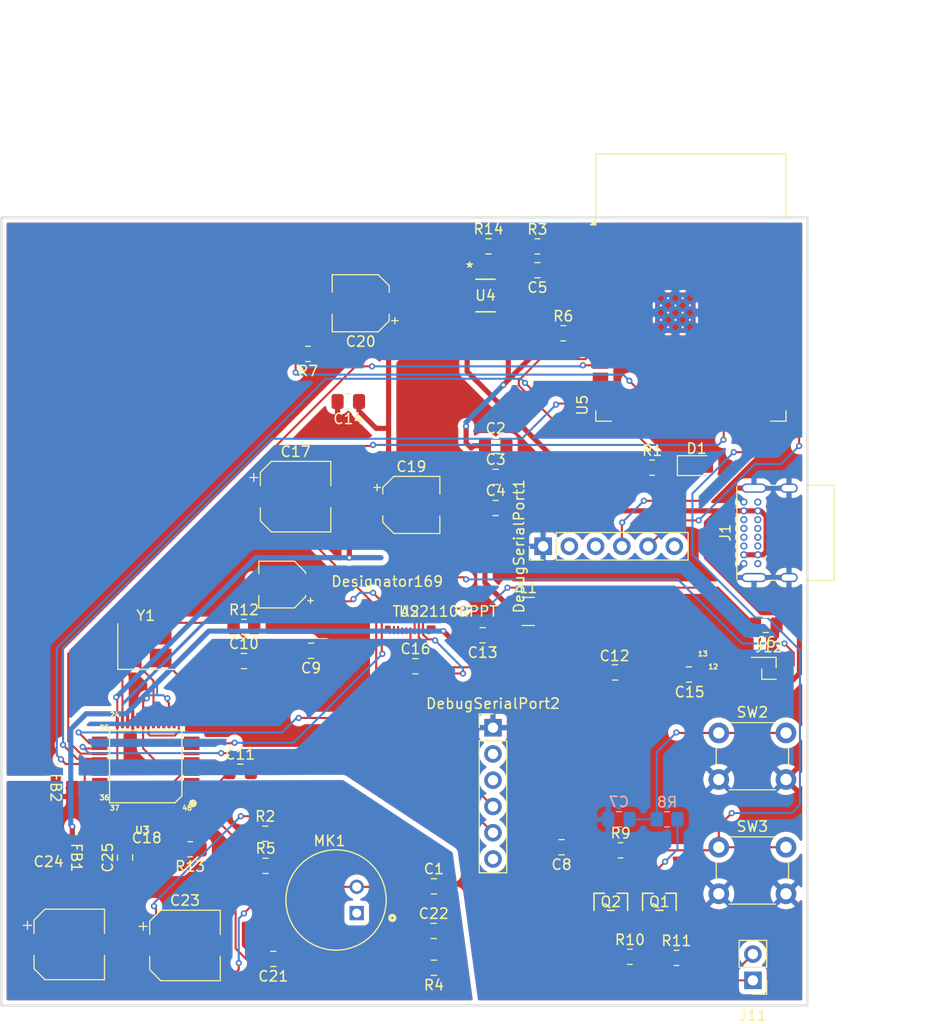
<source format=kicad_pcb>
(kicad_pcb (version 20240108) (generator "pcbnew") (generator_version "8.0")
  (layers (0 "F.Cu" signal) (31 "B.Cu" signal) (34 "B.Paste" user) (35 "F.Paste" user) (36 "B.SilkS" user "B.Silkscreen") (37 "F.SilkS" user "F.Silkscreen") (38 "B.Mask" user) (39 "F.Mask" user) (44 "Edge.Cuts" user))
  (net 0 "")
  (net 1 "Net-(MK1-+)")
  (net 2 "Net-(MK1--)")
  (net 3 "GND")
  (net 4 "+3V3")
  (net 5 "Net-(C5-Pad1)")
  (net 6 "/SPEAK_P")
  (net 7 "/Chip_EN")
  (net 8 "/GPIO_Strapping")
  (net 9 "Net-(U3-XTALOUT)")
  (net 10 "Net-(U3-XTALIN)")
  (net 11 "/RST_3V")
  (net 12 "+5V")
  (net 13 "+1V8")
  (net 14 "/SPEAK_N")
  (net 15 "Net-(U2-GREG)")
  (net 16 "Net-(U2-PVDD)")
  (net 17 "Net-(U2-DREG)")
  (net 18 "/MIC_P")
  (net 19 "/MIC_N")
  (net 20 "Net-(C23-Pad1)")
  (net 21 "Net-(C24-Pad2)")
  (net 22 "Net-(D1-A)")
  (net 25 "/TXS")
  (net 26 "/RXS")
  (net 28 "/CODEC_TX")
  (net 32 "/CODEC_RX")
  (net 41 "/DTR")
  (net 42 "/CTS")
  (net 43 "Net-(U2-SW)")
  (net 44 "Net-(Q1-Pad2)")
  (net 45 "Net-(Q1-Pad1)")
  (net 46 "Net-(Q1-Pad3)")
  (net 47 "Net-(Q2-Pad3)")
  (net 48 "/LED_DEBUG")
  (net 49 "AVDD")
  (net 59 "/AMP_EN")
  (net 61 "/AMP_DATA")
  (net 63 "/AMP_CLK")
  (net 68 "/GPIO3")
  (net 69 "AGND")
  (net 70 "/CODEC_MOSI")
  (net 72 "/CODEC_CS")
  (net 73 "/GPIO0")
  (net 74 "/GPIO5")
  (net 77 "/GPIO4")
  (net 78 "/GPIO1")
  (net 79 "/CLKOUT")
  (net 80 "/CODEC_MISO")
  (net 81 "/XDCS_3V")
  (net 82 "/CODEC_SCLK")
  (net 83 "/GPIO2")
  (net 86 "/DREQ")
  (net 113 "1.8V")
  (footprint "Button_Switch_THT:SW_PUSH_6mm_H4.3mm" (layer "F.Cu") (at 127.45 92.75)
    (property "Reference" "SW2")
    (property "Value" "SW_Push")
  )
  (footprint "Resistor_SMD:R_0805_2012Metric_Pad1.20x1.40mm_HandSolder" (layer "F.Cu") (at 112.4 54.1)
    (property "Reference" "R6")
    (property "Value" "100k")
  )
  (footprint "Capacitor_SMD:CP_Elec_5x5.4" (layer "F.Cu") (at 97.7 70.7)
    (property "Reference" "C19")
    (property "Value" "4.7uF")
  )
  (footprint "ferrite:BLM18_MUR-M" (layer "F.Cu") (at 63.3 98.05 -90)
    (property "Reference" "FB2")
    (property "Value" "FERITTE")
  )
  (footprint "Capacitor_SMD:CP_Elec_4x5.4" (layer "F.Cu") (at 85.2 78.4 180)
    (property "Reference" "C18")
    (property "Value" "1uF")
  )
  (footprint "Resistor_SMD:R_0805_2012Metric_Pad1.20x1.40mm_HandSolder" (layer "F.Cu") (at 76.3 104 180)
    (property "Reference" "R13")
    (property "Value" "100K")
  )
  (footprint "Capacitor_SMD:C_0805_2012Metric_Pad1.18x1.45mm_HandSolder" (layer "F.Cu") (at 83.6 105.6)
    (property "Reference" "R5")
    (property "Value" "1k")
  )
  (footprint "Capacitor_SMD:C_0805_2012Metric_Pad1.18x1.45mm_HandSolder" (layer "F.Cu") (at 99.8625 111.9)
    (property "Reference" "C22")
    (property "Value" "1uF")
  )
  (footprint "Capacitor_SMD:C_0805_2012Metric_Pad1.18x1.45mm_HandSolder" (layer "F.Cu") (at 99.884 115.456 180)
    (property "Reference" "R4")
    (property "Value" "1k")
  )
  (footprint "transistor:TRAN_SS8050-G_CIP" (layer "F.Cu") (at 121.699999 109.079001)
    (property "Reference" "Q1")
    (property "Value" "SS8050-G")
  )
  (footprint "Capacitor_SMD:C_0805_2012Metric_Pad1.18x1.45mm_HandSolder" (layer "F.Cu") (at 84.3375 114.6 180)
    (property "Reference" "C21")
    (property "Value" "1uF")
  )
  (footprint "Connector_PinHeader_1.00mm:PinHeader_1x02_P1.00mm_Vertical_SMD_Pin1Left" (layer "F.Cu") (at 132.3 86.5)
    (property "Reference" "J12")
    (property "Value" "Conn_01x02_Pin")
  )
  (footprint "LED_SMD:LED_0805_2012Metric_Pad1.15x1.40mm_HandSolder" (layer "F.Cu") (at 125.3 66.9)
    (property "Reference" "D1")
    (property "Value" "LED")
  )
  (footprint "Connector_USB:USB_C_Receptacle_GCT_USB4085" (layer "F.Cu") (at 129.875 76.375 90)
    (property "Reference" "J1")
    (property "Value" "USB_C_Receptacle_USB2.0_16P")
  )
  (footprint "Capacitor_SMD:C_0805_2012Metric_Pad1.18x1.45mm_HandSolder" (layer "F.Cu") (at 99.884 107.582)
    (property "Reference" "C1")
    (property "Value" "0.1nF")
  )
  (footprint "Resistor_SMD:R_0805_2012Metric_Pad1.20x1.40mm_HandSolder" (layer "F.Cu") (at 117.95 104.1)
    (property "Reference" "R9")
    (property "Value" "10k")
  )
  (footprint "Capacitor_SMD:C_0805_2012Metric_Pad1.18x1.45mm_HandSolder" (layer "F.Cu") (at 132 82.3 180)
    (property "Reference" "C6")
    (property "Value" "1nF")
  )
  (footprint "Resistor_SMD:R_0805_2012Metric_Pad1.20x1.40mm_HandSolder" (layer "F.Cu") (at 109.9 45.7)
    (property "Reference" "R3")
    (property "Value" "10k")
  )
  (footprint "Crystal:Crystal_SMD_SeikoEpson_FA238-4Pin_3.2x2.5mm_HandSoldering" (layer "F.Cu") (at 72 84.4)
    (property "Reference" "Y1")
    (property "Value" "ABM8G-12.288MHZ-4Y-T3")
  )
  (footprint "ferrite:BLM18_MUR-M" (layer "F.Cu") (at 65.3 104.8 -90)
    (property "Reference" "FB1")
    (property "Value" "FERITTE")
  )
  (footprint "Capacitor_SMD:CP_Elec_6.3x5.4" (layer "F.Cu") (at 86.5 69.9)
    (property "Reference" "C17")
    (property "Value" "10uF")
  )
  (footprint "Capacitor_SMD:C_0805_2012Metric_Pad1.18x1.45mm_HandSolder" (layer "F.Cu") (at 105.8625 67.99)
    (property "Reference" "C3")
    (property "Value" "10u")
  )
  (footprint "regulator:TSOT-23-6_D6_MCH" (layer "F.Cu") (at 104.87635 50.449999)
    (property "Reference" "U4")
    (property "Value" "~")
  )
  (footprint "codec:LQFP48-0.5-7X7MM" (layer "F.Cu") (at 72 96 180)
    (property "Reference" "U3")
    (property "Value" "VS1053B")
  )
  (footprint "transistor:TRAN_SS8050-G_CIP" (layer "F.Cu") (at 116.999999 109.079001)
    (property "Reference" "Q2")
    (property "Value" "SS8050-G")
  )
  (footprint "RF_Module:ESP32-S3-WROOM-1" (layer "F.Cu") (at 124.75 49.65)
    (property "Reference" "U5")
    (property "Value" "ESP32-S3-WROOM-1")
  )
  (footprint "Capacitor_SMD:C_0805_2012Metric_Pad1.18x1.45mm_HandSolder" (layer "F.Cu") (at 112.2375 103.8 180)
    (property "Reference" "C8")
    (property "Value" "1u")
  )
  (footprint "Connector_PinHeader_2.54mm:PinHeader_1x02_P2.54mm_Vertical" (layer "F.Cu") (at 130.75 116.675 180)
    (property "Reference" "J11")
    (property "Value" "Conn_01x02_Pin")
  )
  (footprint "mic:MIC_CMA-4544PF-W" (layer "F.Cu") (at 90.416 108.9)
    (property "Reference" "MK1")
    (property "Value" "Microphone")
  )
  (footprint "Resistor_SMD:R_0805_2012Metric_Pad1.20x1.40mm_HandSolder" (layer "F.Cu") (at 87.7 56.1 180)
    (property "Reference" "R7")
    (property "Value" "100k")
  )
  (footprint "Capacitor_SMD:CP_Elec_6.3x5.4" (layer "F.Cu") (at 75.8 113.3)
    (property "Reference" "C23")
    (property "Value" "10uF")
  )
  (footprint "Capacitor_SMD:C_0805_2012Metric_Pad1.18x1.45mm_HandSolder" (layer "F.Cu") (at 109.9 48 180)
    (property "Reference" "C5")
    (property "Value" "1u")
  )
  (footprint "Resistor_SMD:R_0805_2012Metric_Pad1.20x1.40mm_HandSolder" (layer "F.Cu") (at 81.5 82.5)
    (property "Reference" "R12")
    (property "Value" "1M")
  )
  (footprint "Capacitor_SMD:C_0805_2012Metric_Pad1.18x1.45mm_HandSolder" (layer "F.Cu") (at 105.1625 45.7)
    (property "Reference" "R14")
    (property "Value" "1k")
  )
  (footprint "Connector_PinHeader_2.54mm:PinHeader_1x06_P2.54mm_Vertical" (layer "F.Cu") (at 110.45 74.7 90)
    (property "Reference" "DebugSerialPort1")
    (property "Value" "Conn_01x06_Pin")
  )
  (footprint "Button_Switch_THT:SW_PUSH_6mm_H4.3mm" (layer "F.Cu") (at 127.45 103.8)
    (property "Reference" "SW3")
    (property "Value" "SW_Push")
  )
  (footprint "Capacitor_SMD:C_0805_2012Metric_Pad1.18x1.45mm_HandSolder" (layer "F.Cu") (at 70 104.8 90)
    (property "Reference" "C25")
    (property "Value" "0.1µF")
  )
  (footprint "Capacitor_SMD:C_0805_2012Metric_Pad1.18x1.45mm_HandSolder" (layer "F.Cu") (at 117.4 86.9)
    (property "Reference" "C12")
    (property "Value" "10uF")
  )
  (footprint "Capacitor_SMD:C_0805_2012Metric_Pad1.18x1.45mm_HandSolder" (layer "F.Cu") (at 105.8625 64.98)
    (property "Reference" "C2")
    (property "Value" "0.1u")
  )
  (footprint "Resistor_SMD:R_0805_2012Metric_Pad1.20x1.40mm_HandSolder" (layer "F.Cu") (at 118.85 114.4)
    (property "Reference" "R10")
    (property "Value" "10k")
  )
  (footprint "Capacitor_SMD:C_0805_2012Metric_Pad1.18x1.45mm_HandSolder" (layer "F.Cu") (at 105.8625 71)
    (property "Reference" "C4")
    (property "Value" "0.1u")
  )
  (footprint "Capacitor_SMD:C_0805_2012Metric_Pad1.18x1.45mm_HandSolder" (layer "F.Cu") (at 83.5625 102.5)
    (property "Reference" "R2")
    (property "Value" "1k")
  )
  (footprint "amp:RPP0032A" (layer "F.Cu") (at 97.6 81)
    (property "Reference" "U2")
    (property "Value" "TAS2110RPPT")
    (property "VALUE" "Value" (hide yes))
  )
  (footprint "Capacitor_SMD:C_0805_2012Metric_Pad1.18x1.45mm_HandSolder" (layer "F.Cu") (at 81.5 85.8)
    (property "Reference" "C10")
    (property "Value" "10pF")
  )
  (footprint "Resistor_SMD:R_0805_2012Metric_Pad1.20x1.40mm_HandSolder" (layer "F.Cu") (at 123.35 114.5)
    (property "Reference" "R11")
    (property "Value" "10k")
  )
  (footprint "Capacitor_SMD:C_0805_2012Metric_Pad1.18x1.45mm_HandSolder" (layer "F.Cu") (at 104.6 83.3 180)
    (property "Reference" "C13")
    (property "Value" "10uF")
  )
  (footprint "Capacitor_SMD:C_0805_2012Metric_Pad1.18x1.45mm_HandSolder" (layer "F.Cu") (at 88 84.8 180)
    (property "Reference" "C9")
    (property "Value" "10pF")
  )
  (footprint "Capacitor_SMD:C_0805_2012Metric_Pad1.18x1.45mm_HandSolder" (layer "F.Cu") (at 81.1375 96.5)
    (property "Reference" "C11")
    (property "Value" "0.1µF")
  )
  (footprint "Connector_PinHeader_2.54mm:PinHeader_1x06_P2.54mm_Vertical" (layer "F.Cu") (at 105.6 92.24)
    (property "Reference" "DebugSerialPort2")
    (property "Value" "Conn_01x06_Pin")
  )
  (footprint "Capacitor_SMD:C_0805_2012Metric_Pad1.18x1.45mm_HandSolder" (layer "F.Cu") (at 91.6 60.7 180)
    (property "Reference" "C14")
    (property "Value" "10uF")
  )
  (footprint "Capacitor_SMD:C_0805_2012Metric_Pad1.18x1.45mm_HandSolder" (layer "F.Cu") (at 124.5625 87.1 180)
    (property "Reference" "C15")
    (property "Value" "1nF")
  )
  (footprint "Inductor_SMD:L_1210_3225Metric" (layer "F.Cu") (at 109 81)
    (property "Reference" "L1")
    (property "Value" "1uH")
  )
  (footprint "Capacitor_SMD:CP_Elec_5x5.4" (layer "F.Cu") (at 92.8 51.2 180)
    (property "Reference" "C20")
    (property "Value" "4.7uF")
  )
  (footprint "Resistor_SMD:R_0805_2012Metric_Pad1.20x1.40mm_HandSolder" (layer "F.Cu") (at 121 67.1)
    (property "Reference" "R1")
    (property "Value" "220")
  )
  (footprint "Capacitor_SMD:CP_Elec_6.3x5.4" (layer "F.Cu") (at 64.6 113.2)
    (property "Reference" "C24")
    (property "Value" "10uF")
  )
  (footprint "Capacitor_SMD:C_0805_2012Metric_Pad1.18x1.45mm_HandSolder" (layer "F.Cu") (at 98.1 86.3)
    (property "Reference" "C16")
    (property "Value" "100nF")
  )
  (footprint "Capacitor_SMD:C_0805_2012Metric_Pad1.18x1.45mm_HandSolder" (layer "B.Cu") (at 117.7875 101.1 180)
    (property "Reference" "C7")
    (property "Value" "1u")
  )
  (footprint "Resistor_SMD:R_0805_2012Metric_Pad1.20x1.40mm_HandSolder" (layer "B.Cu") (at 122.45 101.1 180)
    (property "Reference" "R8")
    (property "Value" "10k")
  )
  (gr_rect (start 58.043 42.901) (end 136.021 119.101) (stroke (width 0.2)) (fill none) (layer "Edge.Cuts"))
  (segment (start 98.7985 107.63) (end 98.8465 107.582) (width 0.2) (layer "F.Cu") (net 1))
  (segment (start 92.416 107.63) (end 90.27 107.63) (width 0.2) (layer "F.Cu") (net 1))
  (segment (start 90.27 107.63) (end 83.3 114.6) (width 0.2) (layer "F.Cu") (net 1))
  (segment (start 92.416 107.63) (end 98.7985 107.63) (width 0.2) (layer "F.Cu") (net 1))
  (segment (start 100.9215 107.582) (end 100.9215 111.8785) (width 0.2) (layer "F.Cu") (net 2))
  (segment (start 100.9 111.9) (end 100.9 111.138) (width 0.2) (layer "F.Cu") (net 2))
  (segment (start 100.9 115.4345) (end 100.9215 115.456) (width 0.2) (layer "F.Cu") (net 2))
  (segment (start 100.9215 111.8785) (end 100.9 111.9) (width 0.2) (layer "F.Cu") (net 2))
  (segment (start 100.9 111.9) (end 100.9 115.4345) (width 0.2) (layer "F.Cu") (net 2))
  (segment (start 73.9 96.25) (end 76.45 96.25) (width 0.2) (layer "F.Cu") (net 4))
  (segment (start 98.3 47.9) (end 95 51.2) (width 0.5) (layer "F.Cu") (net 4))
  (segment (start 104.825 64.98) (end 104.825 67.99) (width 0.5) (layer "F.Cu") (net 4))
  (segment (start 106.1527 47.9) (end 106.1527 45.7473) (width 0.5) (layer "F.Cu") (net 4))
  (segment (start 74.25 89.85) (end 74.25 91.55) (width 0.2) (layer "F.Cu") (net 4))
  (segment (start 104.825 76) (end 98 76) (width 0.5) (layer "F.Cu") (net 4))
  (segment (start 107.6 81) (end 107.6 81.3375) (width 0.5) (layer "F.Cu") (net 4))
  (segment (start 106.1527 49.499998) (end 106.1527 47.9) (width 0.5) (layer "F.Cu") (net 4))
  (segment (start 112.89 43.8) (end 109.3 43.8) (width 0.5) (layer "F.Cu") (net 4))
  (segment (start 64.9 101.8) (end 64.9 103.25) (width 0.5) (layer "F.Cu") (net 4))
  (segment (start 103 64.7) (end 103.5 65.2) (width 0.5) (layer "F.Cu") (net 4))
  (segment (start 116 45.66) (end 114.75 45.66) (width 0.5) (layer "F.Cu") (net 4))
  (segment (start 73.75 96.25) (end 73.9 96.25) (width 0.2) (layer "F.Cu") (net 4))
  (segment (start 96.8 79.125) (end 96.8 78.2) (width 0.2) (layer "F.Cu") (net 4))
  (segment (start 106.1527 47.9) (end 98.3 47.9) (width 0.5) (layer "F.Cu") (net 4))
  (segment (start 105.6375 83.3) (end 104.4625 84.475) (width 0.5) (layer "F.Cu") (net 4))
  (segment (start 95 51.2) (end 90.1 56.1) (width 0.5) (layer "F.Cu") (net 4))
  (segment (start 103.72 64.98) (end 104.825 64.98) (width 0.5) (layer "F.Cu") (net 4))
  (segment (start 107.6 81.3375) (end 105.6375 83.3) (width 0.5) (layer "F.Cu") (net 4))
  (segment (start 73.4 96.75) (end 73.9 96.25) (width 0.2) (layer "F.Cu") (net 4))
  (segment (start 71.75 89.75) (end 72.1 89.4) (width 0.2) (layer "F.Cu") (net 4))
  (segment (start 67.55 96.75) (end 73.4 96.75) (width 0.2) (layer "F.Cu") (net 4))
  (segment (start 104.825 71) (end 104.825 76) (width 0.5) (layer "F.Cu") (net 4))
  (segment (start 108.9 44.2) (end 108.9 45.7) (width 0.5) (layer "F.Cu") (net 4))
  (segment (start 71.75 91.55) (end 71.75 94.25) (width 0.2) (layer "F.Cu") (net 4))
  (segment (start 97.2 77.85) (end 96.95 78.1) (width 0.5) (layer "F.Cu") (net 4))
  (segment (start 107.07895 46.57895) (end 107.07895 58.62105) (width 0.5) (layer "F.Cu") (net 4))
  (segment (start 106.1527 45.7473) (end 106.2 45.7) (width 0.5) (layer "F.Cu") (net 4))
  (segment (start 71.75 94.25) (end 73.75 96.25) (width 0.2) (layer "F.Cu") (net 4))
  (segment (start 90.1 56.1) (end 88.7 56.1) (width 0.5) (layer "F.Cu") (net 4))
  (segment (start 107.07895 58.62105) (end 111.4 54.3) (width 0.5) (layer "F.Cu") (net 4))
  (segment (start 114.75 45.66) (end 112.89 43.8) (width 0.5) (layer "F.Cu") (net 4))
  (segment (start 103 63.1) (end 103 64.7) (width 0.5) (layer "F.Cu") (net 4))
  (segment (start 111.4 54.3) (end 111.4 54.1) (width 0.5) (layer "F.Cu") (net 4))
  (segment (start 97.2 76.8) (end 97.2 77.85) (width 0.5) (layer "F.Cu") (net 4))
  (segment (start 106.2 45.7) (end 108.9 45.7) (width 0.5) (layer "F.Cu") (net 4))
  (segment (start 104.4625 84.475) (end 102.375 84.475) (width 0.5) (layer "F.Cu") (net 4))
  (segment (start 104.825 76) (end 104.825 78.225) (width 0.5) (layer "F.Cu") (net 4))
  (segment (start 102.375 84.475) (end 100.8 82.9) (width 0.5) (layer "F.Cu") (net 4))
  (segment (start 103.5 65.2) (end 103.72 64.98) (width 0.5) (layer "F.Cu") (net 4))
  (segment (start 64.9 103.25) (end 65.3 103.65) (width 0.5) (layer "F.Cu") (net 4))
  (segment (start 71.75 91.55) (end 71.75 89.75) (width 0.2) (layer "F.Cu") (net 4))
  (segment (start 74.1 89.7) (end 74.25 89.85) (width 0.2) (layer "F.Cu") (net 4))
  (segment (start 104.825 78.225) (end 107.6 81) (width 0.5) (layer "F.Cu") (net 4))
  (segment (start 74.1 89.4) (end 74.1 89.7) (width 0.2) (layer "F.Cu") (net 4))
  (segment (start 109.3 43.8) (end 108.9 44.2) (width 0.5) (layer "F.Cu") (net 4))
  (segment (start 98 76) (end 97.2 76.8) (width 0.5) (layer "F.Cu") (net 4))
  (segment (start 106.2 45.7) (end 107.07895 46.57895) (width 0.5) (layer "F.Cu") (net 4))
  (segment (start 104.825 67.99) (end 104.825 71) (width 0.5) (layer "F.Cu") (net 4))
  (segment (start 96.8 78.2) (end 96.9 78.1) (width 0.2) (layer "F.Cu") (net 4))
  (segment (start 107.07895 58.62105) (end 106.6 59.1) (width 0.5) (layer "F.Cu") (net 4))
  (via (at 103 63.1) (size 0.6) (drill 0.3) (layers "F.Cu" "B.Cu") (net 4))
  (via (at 100.8 82.9) (size 0.6) (drill 0.3) (layers "F.Cu" "B.Cu") (net 4))
  (via (at 74.1 89.4) (size 0.6) (drill 0.3) (layers "F.Cu" "B.Cu") (net 4))
  (via (at 64.9 101.8) (size 0.6) (drill 0.3) (layers "F.Cu" "B.Cu") (net 4))
  (via (at 72.1 89.4) (size 0.6) (drill 0.3) (layers "F.Cu" "B.Cu") (net 4))
  (via (at 106.6 59.1) (size 0.6) (drill 0.3) (layers "F.Cu" "B.Cu") (net 4))
  (segment (start 106.6 59.1) (end 103 62.7) (width 0.5) (layer "B.Cu") (net 4))
  (segment (start 73.7 89.1) (end 74 89.4) (width 0.2) (layer "B.Cu") (net 4))
  (segment (start 77.9 83.1) (end 70.1 90.9) (width 0.5) (layer "B.Cu") (net 4))
  (segment (start 67.4 90.9) (end 66.239339 90.9) (width 0.5) (layer "B.Cu") (net 4))
  (segment (start 77.9 83.1) (end 73.2 87.8) (width 0.5) (layer "B.Cu") (net 4))
  (segment (start 73.1 89.1) (end 73.1 87.9) (width 0.2) (layer "B.Cu") (net 4))
  (segment (start 78.1 82.9) (end 77.9 83.1) (width 0.5) (layer "B.Cu") (net 4))
  (segment (start 72.4 89.1) (end 73.1 89.1) (width 0.2) (layer "B.Cu") (net 4))
  (segment (start 70.1 90.9) (end 67.4 90.9) (width 0.5) (layer "B.Cu") (net 4))
  (segment (start 100.8 82.9) (end 78.1 82.9) (width 0.5) (layer "B.Cu") (net 4))
  (segment (start 74 89.4) (end 74.1 89.4) (width 0.2) (layer "B.Cu") (net 4))
  (segment (start 64.75 101.65) (end 64.9 101.8) (width 0.5) (layer "B.Cu") (net 4))
  (segment (start 73.1 89.1) (end 73.7 89.1) (width 0.2) (layer "B.Cu") (net 4))
  (segment (start 66.239339 90.9) (end 64.75 92.389339) (width 0.5) (layer "B.Cu") (net 4))
  (segment (start 103 62.7) (end 103 63.1) (width 0.5) (layer "B.Cu") (net 4))
  (segment (start 73.1 87.9) (end 73.2 87.8) (width 0.2) (layer "B.Cu") (net 4))
  (segment (start 72.1 89.4) (end 72.4 89.1) (width 0.2) (layer "B.Cu") (net 4))
  (segment (start 64.75 92.389339) (end 64.75 101.65) (width 0.5) (layer "B.Cu") (net 4))
  (segment (start 110.9375 45.7375) (end 110.9 45.7) (width 0.2) (layer "F.Cu") (net 5))
  (segment (start 110.9375 48) (end 110.9375 45.7375) (width 0.2) (layer "F.Cu") (net 5))
  (segment (start 130.9625 82.3) (end 127.3625 78.7) (width 0.2) (layer "F.Cu") (net 6))
  (segment (start 102.6748 80.7252) (end 102.7 80.7) (width 0.2) (layer "F.Cu") (net 6))
  (segment (start 131.425 86) (end 131.425 82.7625) (width 0.2) (layer "F.Cu") (net 6))
  (segment (start 131.425 82.7625) (end 130.9625 82.3) (width 0.2) (layer "F.Cu") (net 6))
  (segment (start 99.5 80.7252) (end 102.6748 80.7252) (width 0.2) (layer "F.Cu") (net 6))
  (segment (start 127.3625 78.7) (end 107 78.7) (width 0.2) (layer "F.Cu") (net 6))
  (via (at 107 78.7) (size 0.6) (drill 0.3) (layers "F.Cu" "B.Cu") (net 6))
  (via (at 102.7 80.7) (size 0.6) (drill 0.3) (layers "F.Cu" "B.Cu") (net 6))
  (segment (start 105 80.7) (end 102.7 80.7) (width 0.2) (layer "B.Cu") (net 6))
  (segment (start 107 78.7) (end 105 80.7) (width 0.2) (layer "B.Cu") (net 6))
  (segment (start 123.4 92.75) (end 127.45 92.75) (width 0.2) (layer "F.Cu") (net 7))
  (segment (start 123.35 92.7) (end 123.4 92.75) (width 0.2) (layer "F.Cu") (net 7))
  (segment (start 127.45 92.75) (end 133.95 92.75) (width 0.2) (layer "F.Cu") (net 7))
  (segment (start 115.05 46.93) (end 116 46.93) (width 0.2) (layer "F.Cu") (net 7))
  (segment (start 113.4 54.1) (end 113.4 48.58) (width 0.2) (layer "F.Cu") (net 7))
  (segment (start 113.4 48.58) (end 115.05 46.93) (width 0.2) (layer "F.Cu") (net 7))
  (via (at 123.35 92.7) (size 0.6) (drill 0.3) (layers "F.Cu" "B.Cu") (net 7))
  (segment (start 118.825 101.1) (end 121.45 101.1) (width 0.2) (layer "B.Cu") (net 7))
  (segment (start 121.45 94.6) (end 123.35 92.7) (width 0.2) (layer "B.Cu") (net 7))
  (segment (start 121.45 101.1) (end 121.45 94.6) (width 0.2) (layer "B.Cu") (net 7))
  (segment (start 117.95 103.1) (end 118.95 104.1) (width 0.2) (layer "F.Cu") (net 8))
  (segment (start 127.45 101.75) (end 127.45 103.8) (width 0.2) (layer "F.Cu") (net 8))
  (segment (start 132.317157 63.317157) (end 130.034314 65.6) (width 0.2) (layer "F.Cu") (net 8))
  (segment (start 113.975 103.1) (end 117.95 103.1) (width 0.2) (layer "F.Cu") (net 8))
  (segment (start 128.7 100.5) (end 127.45 101.75) (width 0.2) (layer "F.Cu") (net 8))
  (segment (start 86.5 57.9) (end 86.5 56.3) (width 0.2) (layer "F.Cu") (net 8))
  (segment (start 133.417157 62.017157) (end 133.417157 62.217157) (width 0.2) (layer "F.Cu") (net 8))
  (segment (start 127.45 103.8) (end 133.95 103.8) (width 0.2) (layer "F.Cu") (net 8))
  (segment (start 113.275 103.8) (end 113.975 103.1) (width 0.2) (layer "F.Cu") (net 8))
  (segment (start 132.3 60.9) (end 133.417157 62.017157) (width 0.2) (layer "F.Cu") (net 8))
  (segment (start 121 60.9) (end 118.8 58.7) (width 0.2) (layer "F.Cu") (net 8))
  (segment (start 86.5 56.3) (end 86.7 56.1) (width 0.2) (layer "F.Cu") (net 8))
  (segment (start 133.5 60.9) (end 132.3 60.9) (width 0.2) (layer "F.Cu") (net 8))
  (segment (start 133.417157 62.217157) (end 132.317157 63.317157) (width 0.2) (layer "F.Cu") (net 8))
  (segment (start 118.95 104.1) (end 127.15 104.1) (width 0.2) (layer "F.Cu") (net 8))
  (segment (start 132.3 60.9) (end 121 60.9) (width 0.2) (layer "F.Cu") (net 8))
  (segment (start 130.034314 65.6) (end 128.9 65.6) (width 0.2) (layer "F.Cu") (net 8))
  (segment (start 127.15 104.1) (end 127.45 103.8) (width 0.2) (layer "F.Cu") (net 8))
  (via (at 128.9 65.6) (size 0.6) (drill 0.3) (layers "F.Cu" "B.Cu") (net 8))
  (via (at 118.8 58.7) (size 0.6) (drill 0.3) (layers "F.Cu" "B.Cu") (net 8))
  (via (at 86.5 57.9) (size 0.6) (drill 0.3) (layers "F.Cu" "B.Cu") (net 8))
  (via (at 128.7 100.5) (size 0.6) (drill 0.3) (layers "F.Cu" "B.Cu") (net 8))
  (segment (start 118.8 58.7) (end 118.2 58.1) (width 0.2) (layer "B.Cu") (net 8))
  (segment (start 135.3 99.7) (end 134.5 100.5) (width 0.2) (layer "B.Cu") (net 8))
  (segment (start 118.2 58.1) (end 86.7 58.1) (width 0.2) (layer "B.Cu") (net 8))
  (segment (start 135.3 84.751471) (end 135.3 99.7) (width 0.2) (layer "B.Cu") (net 8))
  (segment (start 86.7 58.1) (end 86.5 57.9) (width 0.2) (layer "B.Cu") (net 8))
  (segment (start 124.9 69.6) (end 124.9 75.5) (width 0.2) (layer "B.Cu") (net 8))
  (segment (start 132.148529 81.6) (end 135.3 84.751471) (width 0.2) (layer "B.Cu") (net 8))
  (segment (start 134.5 100.5) (end 128.7 100.5) (width 0.2) (layer "B.Cu") (net 8))
  (segment (start 131 81.6) (end 132.148529 81.6) (width 0.2) (layer "B.Cu") (net 8))
  (segment (start 124.9 75.5) (end 131 81.6) (width 0.2) (layer "B.Cu") (net 8))
  (segment (start 128.9 65.6) (end 124.9 69.6) (width 0.2) (layer "B.Cu") (net 8))
  (segment (start 80.1 82.1) (end 69.2 82.1) (width 0.2) (layer "F.Cu") (net 9))
  (segment (start 70.55 85.5) (end 72.75 87.7) (width 0.2) (layer "F.Cu") (net 9))
  (segment (start 68.2 83.1) (end 68.2 85.3) (width 0.2) (layer "F.Cu") (net 9))
  (segment (start 89.0375 84.8) (end 88.0125 83.775) (width 0.2) (layer "F.Cu") (net 9))
  (segment (start 72.75 87.7) (end 72.75 91.55) (width 0.2) (layer "F.Cu") (net 9))
  (segment (start 68.4 85.5) (end 70.55 85.5) (width 0.2) (layer "F.Cu") (net 9))
  (segment (start 69.2 82.1) (end 68.2 83.1) (width 0.2) (layer "F.Cu") (net 9))
  (segment (start 80.5 82.5) (end 80.1 82.1) (width 0.2) (layer "F.Cu") (net 9))
  (segment (start 81.775 83.775) (end 80.5 82.5) (width 0.2) (layer "F.Cu") (net 9))
  (segment (start 68.2 85.3) (end 68.4 85.5) (width 0.2) (layer "F.Cu") (net 9))
  (segment (start 88.0125 83.775) (end 81.775 83.775) (width 0.2) (layer "F.Cu") (net 9))
  (segment (start 73.45 85.5) (end 75.2 87.25) (width 0.2) (layer "F.Cu") (net 10))
  (segment (start 74.8 93) (end 72.4 93) (width 0.2) (layer "F.Cu") (net 10))
  (segment (start 75.2 92.6) (end 74.8 93) (width 0.2) (layer "F.Cu") (net 10))
  (segment (start 72.25 92.85) (end 72.25 91.55) (width 0.2) (layer "F.Cu") (net 10))
  (segment (start 75.2 87.4) (end 75.2 92.6) (width 0.2) (layer "F.Cu") (net 10))
  (segment (start 80.4625 85.8) (end 76.8 85.8) (width 0.2) (layer "F.Cu") (net 10))
  (segment (start 75.2 87.25) (end 75.2 87.4) (width 0.2) (layer "F.Cu") (net 10))
  (segment (start 72.4 93) (end 72.25 92.85) (width 0.2) (layer "F.Cu") (net 10))
  (segment (start 76.8 85.8) (end 75.2 87.4) (width 0.2) (layer "F.Cu") (net 10))
  (segment (start 78.85 97.75) (end 80.1 96.5) (width 0.2) (layer "F.Cu") (net 11))
  (segment (start 75.3 104) (end 75.3 97.9) (width 0.2) (layer "F.Cu") (net 11))
  (segment (start 75.3 97.9) (end 75.45 97.75) (width 0.2) (layer "F.Cu") (net 11))
  (segment (start 76.45 97.75) (end 78.85 97.75) (width 0.2) (layer "F.Cu") (net 11))
  (segment (start 75.45 97.75) (end 76.45 97.75) (width 0.2) (layer "F.Cu") (net 11))
  (segment (start 129.875 71.275) (end 127.4 71.275) (width 0.5) (layer "F.Cu") (net 12))
  (segment (start 135.25 87) (end 133.975 88.275) (width 0.5) (layer "F.Cu") (net 12))
  (segment (start 127.4 71.275) (end 126.25 72.425) (width 0.5) (layer "F.Cu") (net 12))
  (segment (start 103.1 57.8) (end 103.1 52.5) (width 0.5) (layer "F.Cu") (net 12))
  (segment (start 105.450001 50.449999) (end 104.5 51.4) (width 0.5) (layer "F.Cu") (net 12))
  (segment (start 133.671878 81.125) (end 135.25 82.703122) (width 0.5) (layer "F.Cu") (net 12))
  (segment (start 126.25 72.425) (end 126.25 75.778122) (width 0.5) (layer "F.Cu") (net 12))
  (segment (start 103.1 52.5) (end 103.6 52) (width 0.5) (layer "F.Cu") (net 12))
  (segment (start 131.506371 71.275) (end 132.025 71.793629) (width 0.5) (layer "F.Cu") (net 12))
  (segment (start 123.959378 85.725) (end 117.5375 85.725) (width 0.5) (layer "F.Cu") (net 12))
  (segment (start 106.1527 50.449999) (end 105.450001 50.449999) (width 0.5) (layer "F.Cu") (net 12))
  (segment (start 124.965622 88.275) (end 124.5625 87.871878) (width 0.5) (layer "F.Cu") (net 12))
  (segment (start 104.5 51.4) (end 103.6 51.4) (width 0.5) (layer "F.Cu") (net 12))
  (segment (start 129.875 75.525) (end 131.225 75.525) (width 0.5) (layer "F.Cu") (net 12))
  (segment (start 132.025 75.219974) (end 131.719974 75.525) (width 0.5) (layer "F.Cu") (net 12))
  (segment (start 117.5375 85.725) (end 116.3625 86.9) (width 0.5) (layer "F.Cu") (net 12))
  (segment (start 116.575 71.275) (end 103.1 57.8) (width 0.5) (layer "F.Cu") (net 12))
  (segment (start 131.596878 81.125) (end 133.671878 81.125) (width 0.5) (layer "F.Cu") (net 12))
  (segment (start 131.719974 75.525) (end 131.225 75.525) (width 0.5) (layer "F.Cu") (net 12))
  (segment (start 124.5625 86.328122) (end 123.959378 85.725) (width 0.5) (layer "F.Cu") (net 12))
  (segment (start 129.875 71.275) (end 131.225 71.275) (width 0.5) (layer "F.Cu") (net 12))
  (segment (start 135.25 82.703122) (end 135.25 87) (width 0.5) (layer "F.Cu") (net 12))
  (segment (start 127.4 71.275) (end 116.575 71.275) (width 0.5) (layer "F.Cu") (net 12))
  (segment (start 133.975 88.275) (end 124.965622 88.275) (width 0.5) (layer "F.Cu") (net 12))
  (segment (start 103.6 52) (end 103.6 51.4) (width 0.5) (layer "F.Cu") (net 12))
  (segment (start 124.5625 87.871878) (end 124.5625 86.328122) (width 0.5) (layer "F.Cu") (net 12))
  (segment (start 132.025 71.793629) (end 132.025 75.219974) (width 0.5) (layer "F.Cu") (net 12))
  (segment (start 106.1527 50.449999) (end 106.1527 51.4) (width 0.5) (layer "F.Cu") (net 12))
  (segment (start 126.25 75.778122) (end 131.596878 81.125) (width 0.5) (layer "F.Cu") (net 12))
  (segment (start 131.225 71.275) (end 131.506371 71.275) (width 0.5) (layer "F.Cu") (net 12))
  (segment (start 69.25 89.4) (end 69.15 89.3) (width 0.2) (layer "F.Cu") (net 13))
  (segment (start 94.3 63.3) (end 92.6375 61.6375) (width 0.5) (layer "F.Cu") (net 13))
  (segment (start 95.5 56.623748) (end 95.5 63.3) (width 0.5) (layer "F.Cu") (net 13))
  (segment (start 76.45 96.75) (end 77.45 96.75) (width 0.2) (layer "F.Cu") (net 13))
  (segment (start 69.25 95.55) (end 69.25 91.55) (width 0.2) (layer "F.Cu") (net 13))
  (segment (start 96.3 71.5) (end 96.3 77.2) (width 0.5) (layer "F.Cu") (net 13))
  (segment (start 77.45 96.75) (end 77.8 96.4) (width 0.2) (layer "F.Cu") (net 13))
  (segment (start 77.8 96.4) (end 77.8 96) (width 0.2) (layer "F.Cu") (net 13))
  (segment (start 66.7 99.4) (end 72.8 99.4) (width 0.2) (layer "F.Cu") (net 13))
  (segment (start 96.4 79.2) (end 96.4 77.4) (width 0.2) (layer "F.Cu") (net 13))
  (segment (start 66.55 96.25) (end 66.1 96.7) (width 0.2) (layer "F.Cu") (net 13))
  (segment (start 77.55 95.75) (end 76.45 95.75) (width 0.2) (layer "F.Cu") (net 13))
  (segment (start 77.8 96) (end 77.55 95.75) (width 0.2) (layer "F.Cu") (net 13))
  (segment (start 67.55 96.25) (end 66.55 96.25) (width 0.2) (layer "F.Cu") (net 13))
  (segment (start 103.6 49.499998) (end 102.62375 49.499998) (width 0.5) (layer "F.Cu") (net 13))
  (segment (start 92.6375 61.6375) (end 92.6375 60.7) (width 0.5) (layer "F.Cu") (net 13))
  (segment (start 95.5 63.3) (end 95.5 70.7) (width 0.5) (layer "F.Cu") (net 13))
  (segment (start 95.5 63.3) (end 94.3 63.3) (width 0.5) (layer "F.Cu") (net 13))
  (segment (start 67.55 96.25) (end 68.55 96.25) (width 0.2) (layer "F.Cu") (net 13))
  (segment (start 91.7 74.5) (end 91.7 75.8) (width 0.5) (layer "F.Cu") (net 13))
  (segment (start 95.5 70.7) (end 96.3 71.5) (width 0.5) (layer "F.Cu") (net 13))
  (segment (start 66.1 98.8) (end 66.7 99.4) (width 0.2) (layer "F.Cu") (net 13))
  (segment (start 75.45 96.75) (end 76.45 96.75) (width 0.2) (layer "F.Cu") (net 13))
  (segment (start 102.62375 49.499998) (end 95.5 56.623748) (width 0.5) (layer "F.Cu") (net 13))
  (segment (start 95.5 70.7) (end 91.7 74.5) (width 0.5) (layer "F.Cu") (net 13))
  (segment (start 66.1 96.7) (end 66.1 98.8) (width 0.2) (layer "F.Cu") (net 13))
  (segment (start 68.55 96.25) (end 69.25 95.55) (width 0.2) (layer "F.Cu") (net 13))
  (segment (start 69.25 91.55) (end 69.25 89.4) (width 0.2) (layer "F.Cu") (net 13))
  (segment (start 72.8 99.4) (end 75.45 96.75) (width 0.2) (layer "F.Cu") (net 13))
  (via (at 69.15 89.3) (size 0.6) (drill 0.3) (layers "F.Cu" "B.Cu") (net 13))
  (via (at 91.7 75.8) (size 0.6) (drill 0.3) (layers "F.Cu" "B.Cu") (net 13))
  (segment (start 91.7 75.8) (end 94.760661 75.8) (width 0.5) (layer "B.Cu") (net 13))
  (segment (start 94.760661 75.8) (end 82.65 75.8) (width 0.5) (layer "B.Cu") (net 13))
  (segment (start 82.65 75.8) (end 69.15 89.3) (width 0.5) (layer "B.Cu") (net 13))
  (segment (start 134.7 86.2) (end 133.9 87) (width 0.2) (layer "F.Cu") (net 14))
  (segment (start 133.9 87) (end 133.175 87) (width 0.2) (layer "F.Cu") (net 14))
  (segment (start 99.2 77.7) (end 100.2 77.7) (width 0.2) (layer "F.Cu") (net 14))
  (segment (start 133.8 84.1) (end 134.7 85) (width 0.2) (layer "F.Cu") (net 14))
  (segment (start 100.2 77.7) (end 102.8 77.7) (width 0.2) (layer "F.Cu") (net 14))
  (segment (start 98.4 78.5) (end 99.2 77.7) (width 0.2) (layer "F.Cu") (net 14))
  (segment (start 98.4 79.225) (end 98.4 78.5) (width 0.2) (layer "F.Cu") (net 14))
  (segment (start 125.6 87.1) (end 133.075 87.1) (width 0.2) (layer "F.Cu") (net 14))
  (segment (start 133.075 87.1) (end 133.175 87) (width 0.2) (layer "F.Cu") (net 14))
  (segment (start 102.8 77.7) (end 103 77.9) (width 0.2) (layer "F.Cu") (net 14))
  (segment (start 134.7 85) (end 134.7 86.2) (width 0.2) (layer "F.Cu") (net 14))
  (via (at 103 77.9) (size 0.6) (drill 0.3) (layers "F.Cu" "B.Cu") (net 14))
  (via (at 133.8 84.1) (size 0.6) (drill 0.3) (layers "F.Cu" "B.Cu") (net 14))
  (segment (start 129.7 84.1) (end 133.8 84.1) (width 0.2) (layer "B.Cu") (net 14))
  (segment (start 123.5 77.9) (end 129.7 84.1) (width 0.2) (layer "B.Cu") (net 14))
  (segment (start 103 77.9) (end 123.5 77.9) (width 0.2) (layer "B.Cu") (net 14))
  (segment (start 97.617 85.7455) (end 97.0625 86.3) (width 0.2) (layer "F.Cu") (net 15))
  (segment (start 97.617 82.875) (end 97.617 85.7455) (width 0.2) (layer "F.Cu") (net 15))
  (segment (start 99.8375 87) (end 102.2 87) (width 0.2) (layer "F.Cu") (net 16))
  (segment (start 99.1375 86.3) (end 99.8375 87) (width 0.2) (layer "F.Cu") (net 16))
  (segment (start 99.1375 88.5375) (end 99.5 88.9) (width 0.2) (layer "F.Cu") (net 16))
  (segment (start 102.2 87) (end 102.7 87) (width 0.2) (layer "F.Cu") (net 16))
  (segment (start 94.3 80.5) (end 94.3 89.1) (width 0.2) (layer "F.Cu") (net 16))
  (segment (start 98.817003 83.215565) (end 98.817003 82.5) (width 0.2) (layer "F.Cu") (net 16))
  (segment (start 83.7 69.9) (end 94.3 80.5) (width 0.2) (layer "F.Cu") (net 16))
  (segment (start 94.3 89.1) (end 95.2 90) (width 0.2) (layer "F.Cu") (net 16))
  (segment (start 98.8 80.1502) (end 98.8 79.55) (width 0.2) (layer "F.Cu") (net 16))
  (segment (start 98.65 81.1502) (end 98.65 80.3002) (width 0.2) (layer "F.Cu") (net 16))
  (segment (start 95.2 90) (end 99.2 90) (width 0.2) (layer "F.Cu") (net 16))
  (segment (start 98.65 80.3002) (end 98.8 80.1502) (width 0.2) (layer "F.Cu") (net 16))
  (segment (start 98.817 82.5) (end 98.817 81.3172) (width 0.2) (layer "F.Cu") (net 16))
  (segment (start 99.301438 83.7) (end 98.817003 83.215565) (width 0.2) (layer "F.Cu") (net 16))
  (segment (start 99.2 90) (end 99.5 89.7) (width 0.2) (layer "F.Cu") (net 16))
  (segment (start 99.1375 86.3) (end 99.1375 88.5375) (width 0.2) (layer "F.Cu") (net 16))
  (segment (start 99.5 89.7) (end 99.5 88.9) (width 0.2) (layer "F.Cu") (net 16))
  (segment (start 99.9 83.7) (end 99.301438 83.7) (width 0.2) (layer "F.Cu") (net 16))
  (segment (start 100 83.8) (end 99.9 83.7) (width 0.2) (layer "F.Cu") (net 16))
  (segment (start 98.817 81.3172) (end 98.65 81.1502) (width 0.2) (layer "F.Cu") (net 16))
  (via (at 102.7 87) (size 0.6) (drill 0.3) (layers "F.Cu" "B.Cu") (net 16))
  (via (at 100 83.8) (size 0.6) (drill 0.3) (layers "F.Cu" "B.Cu") (net 16))
  (segment (start 102.7 86.5) (end 100.4 84.2) (width 0.2) (layer "B.Cu") (net 16))
  (segment (start 102.7 87) (end 102.7 86.5) (width 0.2) (layer "B.Cu") (net 16))
  (segment (start 100.4 84.2) (end 100 83.8) (width 0.2) (layer "B.Cu") (net 16))
  (segment (start 91.876 80.024) (end 92.1 79.8) (width 0.2) (layer "F.Cu") (net 17))
  (segment (start 88.624 80.024) (end 91.876 80.024) (width 0.2) (layer "F.Cu") (net 17))
  (segment (start 94.824 80.024) (end 95.65 80.024) (width 0.2) (layer "F.Cu") (net 17))
  (segment (start 94 79.2) (end 94.824 80.024) (width 0.2) (layer "F.Cu") (net 17))
  (segment (start 87 78.4) (end 88.624 80.024) (width 0.2) (layer "F.Cu") (net 17))
  (via (at 94 79.2) (size 0.6) (drill 0.3) (layers "F.Cu" "B.Cu") (net 17))
  (via (at 92.1 79.8) (size 0.6) (drill 0.3) (layers "F.Cu" "B.Cu") (net 17))
  (segment (start 92.1 79.8) (end 92.7 79.2) (width 0.2) (layer "B.Cu") (net 17))
  (segment (start 92.7 79.2) (end 94 79.2) (width 0.2) (layer "B.Cu") (net 17))
  (segment (start 84.35 115.625) (end 82.727756 115.625) (width 0.2) (layer "F.Cu") (net 18))
  (segment (start 85.375 114.6) (end 84.35 115.625) (width 0.2) (layer "F.Cu") (net 18))
  (segment (start 80.7 113.597244) (end 80.7 103) (width 0.2) (layer "F.Cu") (net 18))
  (segment (start 80.7 103) (end 76.45 98.75) (width 0.2) (layer "F.Cu") (net 18))
  (segment (start 82.727756 115.625) (end 80.7 113.597244) (width 0.2) (layer "F.Cu") (net 18))
  (segment (start 99.734 110.991) (end 99.734 106.872256) (width 0.2) (layer "F.Cu") (net 19))
  (segment (start 77.525 98.425) (end 77.35 98.25) (width 0.2) (layer "F.Cu") (net 19))
  (segment (start 77.35 98.25) (end 76.45 98.25) (width 0.2) (layer "F.Cu") (net 19))
  (segment (start 91.286744 98.425) (end 77.525 98.425) (width 0.2) (layer "F.Cu") (net 19))
  (segment (start 99.734 106.872256) (end 91.286744 98.425) (width 0.2) (layer "F.Cu") (net 19))
  (segment (start 98.825 111.9) (end 99.734 110.991) (width 0.2) (layer "F.Cu") (net 19))
  (segment (start 82.9 100.8) (end 81.2 100.8) (width 0.2) (layer "F.Cu") (net 20))
  (segment (start 62.9 112.1) (end 61.8 113.2) (width 0.2) (layer "F.Cu") (net 20))
  (segment (start 71.8 112.1) (end 62.9 112.1) (width 0.2) (layer "F.Cu") (net 20))
  (segment (start 73 109.7) (end 73 113.3) (width 0.2) (layer "F.Cu") (net 20))
  (segment (start 73 113.3) (end 71.8 112.1) (width 0.2) (layer "F.Cu") (net 20))
  (segment (start 72.8 109.5) (end 73 109.7) (width 0.2) (layer "F.Cu") (net 20))
  (segment (start 84.6 102.5) (end 82.9 100.8) (width 0.2) (layer "F.Cu") (net 20))
  (via (at 81.2 100.8) (size 0.6) (drill 0.3) (layers "F.Cu" "B.Cu") (net 20))
  (via (at 72.8 109.5) (size 0.6) (drill 0.3) (layers "F.Cu" "B.Cu") (net 20))
  (segment (start 81.2 100.8) (end 72.8 109.2) (width 0.2) (layer "B.Cu") (net 20))
  (segment (start 72.8 109.2) (end 72.8 109.5) (width 0.2) (layer "B.Cu") (net 20))
  (segment (start 70.225 116.025) (end 67.4 113.2) (width 0.2) (layer "F.Cu") (net 21))
  (segment (start 82.5625 105.6) (end 82.5625 109.1375) (width 0.2) (layer "F.Cu") (net 21))
  (segment (start 81 115) (end 81 115.625) (width 0.2) (layer "F.Cu") (net 21))
  (segment (start 80.6 116.025) (end 70.225 116.025) (width 0.2) (layer "F.Cu") (net 21))
  (segment (start 82.5625 109.1375) (end 81.5 110.2) (width 0.2) (layer "F.Cu") (net 21))
  (segment (start 98.8465 115.456) (end 98.2775 116.025) (width 0.2) (layer "F.Cu") (net 21))
  (segment (start 81 115.625) (end 80.6 116.025) (width 0.2) (layer "F.Cu") (net 21))
  (segment (start 98.2775 116.025) (end 80.6 116.025) (width 0.2) (layer "F.Cu") (net 21))
  (via (at 81 115) (size 0.6) (drill 0.3) (layers "F.Cu" "B.Cu") (net 21))
  (via (at 81.5 110.2) (size 0.6) (drill 0.3) (layers "F.Cu" "B.Cu") (net 21))
  (segment (start 81.5 110.2) (end 81 110.7) (width 0.2) (layer "B.Cu") (net 21))
  (segment (start 81 110.7) (end 81 115) (width 0.2) (layer "B.Cu") (net 21))
  (segment (start 121 68.1) (end 120 67.1) (width 0.2) (layer "F.Cu") (net 22))
  (segment (start 125.125 68.1) (end 121 68.1) (width 0.2) (layer "F.Cu") (net 22))
  (segment (start 126.325 66.9) (end 125.125 68.1) (width 0.2) (layer "F.Cu") (net 22))
  (segment (start 133.92 49.47) (end 133.5 49.47) (width 0.2) (layer "F.Cu") (net 25))
  (segment (start 118.1 72.4) (end 118.07 72.43) (width 0.2) (layer "F.Cu") (net 25))
  (segment (start 125.9 70.3) (end 120.2 70.3) (width 0.2) (layer "F.Cu") (net 25))
  (segment (start 134.55 50.1) (end 134.55 61.65) (width 0.2) (layer "F.Cu") (net 25))
  (segment (start 118.07 72.43) (end 118.07 74.7) (width 0.2) (layer "F.Cu") (net 25))
  (segment (start 134.55 49.99) (end 134.55 50.1) (width 0.2) (layer "F.Cu") (net 25))
  (segment (start 134.55 61.65) (end 125.9 70.3) (width 0.2) (layer "F.Cu") (net 25))
  (segment (start 134.55 50.1) (end 133.92 49.47) (width 0.2) (layer "F.Cu") (net 25))
  (via (at 118.1 72.4) (size 0.6) (drill 0.3) (layers "F.Cu" "B.Cu") (net 25))
  (via (at 120.2 70.3) (size 0.6) (drill 0.3) (layers "F.Cu" "B.Cu") (net 25))
  (segment (start 120.2 70.3) (end 118.1 72.4) (width 0.2) (layer "B.Cu") (net 25))
  (segment (start 134.45 48.2) (end 133.5 48.2) (width 0.2) (layer "F.Cu") (net 26))
  (segment (start 135.221 65) (end 135.221 48.971) (width 0.2) (layer "F.Cu") (net 26))
  (segment (start 123.11 72.2) (end 125.5 72.2) (width 0.2) (layer "F.Cu") (net 26))
  (segment (start 120.61 74.7) (end 123.11 72.2) (width 0.2) (layer "F.Cu") (net 26))
  (segment (start 135.221 48.971) (end 134.45 48.2) (width 0.2) (layer "F.Cu") (net 26))
  (via (at 125.5 72.2) (size 0.6) (drill 0.3) (layers "F.Cu" "B.Cu") (net 26))
  (via (at 135.221 65) (size 0.6) (drill 0.3) (layers "F.Cu" "B.Cu") (net 26))
  (segment (start 125.5 72.2) (end 130.95 66.75) (width 0.2) (layer "B.Cu") (net 26))
  (segment (start 133.471 66.75) (end 135.221 65) (width 0.2) (layer "B.Cu") (net 26))
  (segment (start 130.95 66.75) (end 131 66.7) (width 0.2) (layer "B.Cu") (net 26))
  (segment (start 130.95 66.75) (end 133.471 66.75) (width 0.2) (layer "B.Cu") (net 26))
  (segment (start 86.8 91.3) (end 97.04 91.3) (width 0.2) (layer "F.Cu") (net 28))
  (segment (start 66.55 93.75) (end 65.5 92.7) (width 0.2) (layer "F.Cu") (net 28))
  (segment (start 97.04 91.3) (end 105.6 99.86) (width 0.2) (layer "F.Cu") (net 28))
  (segment (start 67.55 93.75) (end 66.55 93.75) (width 0.2) (layer "F.Cu") (net 28))
  (via (at 86.8 91.3) (size 0.6) (drill 0.3) (layers "F.Cu" "B.Cu") (net 28))
  (via (at 65.5 92.7) (size 0.6) (drill 0.3) (layers "F.Cu" "B.Cu") (net 28))
  (segment (start 65.5 92.7) (end 85.2 92.7) (width 0.2) (layer "B.Cu") (net 28))
  (segment (start 86.6 91.3) (end 86.8 91.3) (width 0.2) (layer "B.Cu") (net 28))
  (segment (start 85.2 92.7) (end 86.1 91.8) (width 0.2) (layer "B.Cu") (net 28))
  (segment (start 86.1 91.8) (end 86.6 91.3) (width 0.2) (layer "B.Cu") (net 28))
  (segment (start 97.9 94.7) (end 79.3 94.7) (width 0.2) (layer "F.Cu") (net 32))
  (segment (start 66.047058 94.25) (end 67.55 94.25) (width 0.2) (layer "F.Cu") (net 32))
  (segment (start 105.6 102.4) (end 97.9 94.7) (width 0.2) (layer "F.Cu") (net 32))
  (segment (start 65.898521 94.101463) (end 66.047058 94.25) (width 0.2) (layer "F.Cu") (net 32))
  (via (at 79.3 94.7) (size 0.6) (drill 0.3) (layers "F.Cu" "B.Cu") (net 32))
  (via (at 65.898521 94.101463) (size 0.6) (drill 0.3) (layers "F.Cu" "B.Cu") (net 32))
  (segment (start 70.8 94.7) (end 70.5 94.7) (width 0.2) (layer "B.Cu") (net 32))
  (segment (start 66.497058 94.7) (end 65.898521 94.101463) (width 0.2) (layer "B.Cu") (net 32))
  (segment (start 79.3 94.7) (end 70.8 94.7) (width 0.2) (layer "B.Cu") (net 32))
  (segment (start 70.5 94.7) (end 66.497058 94.7) (width 0.2) (layer "B.Cu") (net 32))
  (segment (start 130.75 116.675) (end 122.125 116.675) (width 0.2) (layer "F.Cu") (net 41))
  (segment (start 122.125 116.675) (end 119.85 114.4) (width 0.2) (layer "F.Cu") (net 41))
  (segment (start 123.35 115.5) (end 129.385 115.5) (width 0.2) (layer "F.Cu") (net 42))
  (segment (start 122.35 114.5) (end 123.35 115.5) (width 0.2) (layer "F.Cu") (net 42))
  (segment (start 129.385 115.5) (end 130.75 114.135) (width 0.2) (layer "F.Cu") (net 42))
  (segment (start 105 86.4) (end 101.317 86.4) (width 0.2) (layer "F.Cu") (net 43))
  (segment (start 98.417003 83.500003) (end 98.417003 82.5) (width 0.2) (layer "F.Cu") (net 43))
  (segment (start 110.4 81) (end 105 86.4) (width 0.2) (layer "F.Cu") (net 43))
  (segment (start 101.317 86.4) (end 98.417003 83.500003) (width 0.2) (layer "F.Cu") (net 43))
  (segment (start 122.65 110.1) (end 122.65 112.8) (width 0.2) (layer "F.Cu") (net 44))
  (segment (start 116.049998 110.1) (end 116.959598 109.1904) (width 0.2) (layer "F.Cu") (net 44))
  (segment (start 122.65 112.8) (end 124.35 114.5) (width 0.2) (layer "F.Cu") (net 44))
  (segment (start 121.7404 109.1904) (end 122.65 110.1) (width 0.2) (layer "F.Cu") (net 44))
  (segment (start 116.959598 109.1904) (end 121.7404 109.1904) (width 0.2) (layer "F.Cu") (net 44))
  (segment (start 117.95 110.1) (end 117.95 114.3) (width 0.2) (layer "F.Cu") (net 45))
  (segment (start 117.95 114.3) (end 117.85 114.4) (width 0.2) (layer "F.Cu") (net 45))
  (segment (start 120.749998 110.1) (end 117.95 110.1) (width 0.2) (layer "F.Cu") (net 45))
  (segment (start 121.699999 105.750001) (end 121.699999 108.058001) (width 0.2) (layer "F.Cu") (net 46))
  (segment (start 122.25 105.2) (end 121.699999 105.750001) (width 0.2) (layer "F.Cu") (net 46))
  (via (at 122.25 105.2) (size 0.6) (drill 0.3) (layers "F.Cu" "B.Cu") (net 46))
  (segment (start 123.45 104) (end 122.25 105.2) (width 0.2) (layer "B.Cu") (net 46))
  (segment (start 123.45 101.1) (end 123.45 104) (width 0.2) (layer "B.Cu") (net 46))
  (segment (start 123.45 101.1) (end 123.15 101.1) (width 0.2) (layer "B.Cu") (net 46))
  (segment (start 116.999999 108.058001) (end 116.999999 104.149999) (width 0.2) (layer "F.Cu") (net 47))
  (segment (start 116.999999 104.149999) (end 116.95 104.1) (width 0.2) (layer "F.Cu") (net 47))
  (segment (start 112.151471 63.2) (end 108.1 59.148529) (width 0.2) (layer "F.Cu") (net 48))
  (segment (start 115.05 53.28) (end 116 53.28) (width 0.2) (layer "F.Cu") (net 48))
  (segment (start 122 66.4) (end 118.8 63.2) (width 0.2) (layer "F.Cu") (net 48))
  (segment (start 108.1 59.148529) (end 108.1 58.651471) (width 0.2) (layer "F.Cu") (net 48))
  (segment (start 118.8 63.2) (end 112.151471 63.2) (width 0.2) (layer "F.Cu") (net 48))
  (segment (start 108.1 58.651471) (end 110.151471 56.6) (width 0.2) (layer "F.Cu") (net 48))
  (segment (start 110.151471 56.6) (end 114.548529 56.6) (width 0.2) (layer "F.Cu") (net 48))
  (segment (start 114.95 56.198529) (end 114.95 53.38) (width 0.2) (layer "F.Cu") (net 48))
  (segment (start 114.548529 56.6) (end 114.95 56.198529) (width 0.2) (layer "F.Cu") (net 48))
  (segment (start 122 67.1) (end 122 66.4) (width 0.2) (layer "F.Cu") (net 48))
  (segment (start 114.95 53.38) (end 115.05 53.28) (width 0.2) (layer "F.Cu") (net 48))
  (segment (start 65.4125 105.8375) (end 65.3 105.95) (width 0.5) (layer "F.Cu") (net 49))
  (segment (start 69.75 100.45) (end 69.75 101.45) (width 0.2) (layer "F.Cu") (net 49))
  (segment (start 70.725 105.8375) (end 72.3 104.2625) (width 0.5) (layer "F.Cu") (net 49))
  (segment (start 73.25 100.45) (end 73.25 101.65) (width 0.2) (layer "F.Cu") (net 49))
  (segment (start 70 105.8375) (end 65.4125 105.8375) (width 0.5) (layer "F.Cu") (net 49))
  (segment (start 71.9 102.2) (end 71.5 102.2) (width 0.5) (layer "F.Cu") (net 49))
  (segment (start 75.4625 105.8375) (end 77.3 104) (width 0.5) (layer "F.Cu") (net 49))
  (segment (start 70 105.8375) (end 75.4625 105.8375) (width 0.5) (layer "F.Cu") (net 49))
  (segment (start 73.25 101.65) (end 72.3 102.6) (width 0.2) (layer "F.Cu") (net 49))
  (segment (start 71.5 102.2) (end 70.5 102.2) (width 0.5) (layer "F.Cu") (net 49))
  (segment (start 72.25 100.45) (end 72.25 101.45) (width 0.2) (layer "F.Cu") (net 49))
  (segment (start 70 105.8375) (end 70.725 105.8375) (width 0.5) (layer "F.Cu") (net 49))
  (segment (start 72.25 101.45) (end 71.5 102.2) (width 0.2) (layer "F.Cu") (net 49))
  (segment (start 72.3 104.2625) (end 72.3 102.6) (width 0.5) (layer "F.Cu") (net 49))
  (segment (start 69.75 101.45) (end 70.5 102.2) (width 0.2) (layer "F.Cu") (net 49))
  (segment (start 72.3 102.6) (end 71.9 102.2) (width 0.5) (layer "F.Cu") (net 49))
  (segment (start 94.85 81.624) (end 94.83615 81.63785) (width 0.2) (layer "F.Cu") (net 63))
  (segment (start 80.6 93.7) (end 80.3 93.7) (width 0.2) (layer "F.Cu") (net 63))
  (segment (start 95.65 81.624) (end 94.85 81.624) (width 0.2) (layer "F.Cu") (net 63))
  (segment (start 94.83615 81.63785) (end 94.83615 85.03615) (width 0.2) (layer "F.Cu") (net 63))
  (segment (start 94.83615 85.03615) (end 94.9 85.1) (width 0.2) (layer "F.Cu") (net 63))
  (segment (start 80.25 93.75) (end 76.45 93.75) (width 0.2) (layer "F.Cu") (net 63))
  (segment (start 80.3 93.7) (end 80.25 93.75) (width 0.2) (layer "F.Cu") (net 63))
  (via (at 80.6 93.7) (size 0.6) (drill 0.3) (layers "F.Cu" "B.Cu") (net 63))
  (via (at 94.9 85.1) (size 0.6) (drill 0.3) (layers "F.Cu" "B.Cu") (net 63))
  (segment (start 94.9 85.1) (end 86.3 93.7) (width 0.2) (layer "B.Cu") (net 63))
  (segment (start 86.3 93.7) (end 80.6 93.7) (width 0.2) (layer "B.Cu") (net 63))
  (segment (start 111.8 60.9) (end 111.7 61) (width 0.2) (layer "F.Cu") (net 70))
  (segment (start 65.35 95.25) (end 67.55 95.25) (width 0.2) (layer "F.Cu") (net 70))
  (segment (start 64 93.9) (end 65.35 95.25) (width 0.2) (layer "F.Cu") (net 70))
  (segment (start 116 60.9) (end 111.8 60.9) (width 0.2) (layer "F.Cu") (net 70))
  (via (at 111.7 61) (size 0.6) (drill 0.3) (layers "F.Cu" "B.Cu") (net 70))
  (via (at 64 93.9) (size 0.6) (drill 0.3) (layers "F.Cu" "B.Cu") (net 70))
  (segment (start 64 84.5) (end 64 93.9) (width 0.2) (layer "B.Cu") (net 70))
  (segment (start 111.7 61) (end 108.4 64.3) (width 0.2) (layer "B.Cu") (net 70))
  (segment (start 84.2 64.3) (end 64 84.5) (width 0.2) (layer "B.Cu") (net 70))
  (segment (start 108.4 64.3) (end 84.2 64.3) (width 0.2) (layer "B.Cu") (net 70))
  (segment (start 92.5 65) (end 93.9 65) (width 0.2) (layer "F.Cu") (net 72))
  (segment (start 67.8 82.9) (end 85.7 65) (width 0.2) (layer "F.Cu") (net 72))
  (segment (start 67.8 85.465686) (end 67.8 82.9) (width 0.2) (layer "F.Cu") (net 72))
  (segment (start 69.75 91.55) (end 69.75 87.415686) (width 0.2) (layer "F.Cu") (net 72))
  (segment (start 69.75 87.415686) (end 67.8 85.465686) (width 0.2) (layer "F.Cu") (net 72))
  (segment (start 127.925 64.375) (end 127.925 62.15) (width 0.2) (layer "F.Cu") (net 72))
  (segment (start 127.9 64.4) (end 127.925 64.375) (width 0.2) (layer "F.Cu") (net 72))
  (segment (start 93.9 65) (end 94 64.9) (width 0.2) (layer "F.Cu") (net 72))
  (segment (start 85.7 65) (end 92.5 65) (width 0.2) (layer "F.Cu") (net 72))
  (via (at 94 64.9) (size 0.6) (drill 0.3) (layers "F.Cu" "B.Cu") (net 72))
  (via (at 127.9 64.4) (size 0.6) (drill 0.3) (layers "F.Cu" "B.Cu") (net 72))
  (segment (start 94 64.9) (end 127.4 64.9) (width 0.2) (layer "B.Cu") (net 72))
  (segment (start 127.4 64.9) (end 127.9 64.4) (width 0.2) (layer "B.Cu") (net 72))
  (segment (start 63.8 95.3) (end 64.25 95.75) (width 0.2) (layer "F.Cu") (net 80))
  (segment (start 116 59.63) (end 109.43 59.63) (width 0.2) (layer "F.Cu") (net 80))
  (segment (start 109.43 59.63) (end 108.7 58.9) (width 0.2) (layer "F.Cu") (net 80))
  (segment (start 64.25 95.75) (end 67.55 95.75) (width 0.2) (layer "F.Cu") (net 80))
  (via (at 108.7 58.9) (size 0.6) (drill 0.3) (layers "F.Cu" "B.Cu") (net 80))
  (via (at 63.8 95.3) (size 0.6) (drill 0.3) (layers "F.Cu" "B.Cu") (net 80))
  (segment (start 63.4 94.9) (end 63.8 95.3) (width 0.2) (layer "B.Cu") (net 80))
  (segment (start 108.3 58.5) (end 89.434314 58.5) (width 0.2) (layer "B.Cu") (net 80))
  (segment (start 63.4 84.534314) (end 63.4 94.9) (width 0.2) (layer "B.Cu") (net 80))
  (segment (start 108.7 58.9) (end 108.3 58.5) (width 0.2) (layer "B.Cu") (net 80))
  (segment (start 89.434314 58.5) (end 63.4 84.534314) (width 0.2) (layer "B.Cu") (net 80))
  (segment (start 66.7 94.75) (end 66.55 94.75) (width 0.2) (layer "F.Cu") (net 82))
  (segment (start 114.3 57.2) (end 115.89 57.2) (width 0.2) (layer "F.Cu") (net 82))
  (segment (start 115.89 57.2) (end 116 57.09) (width 0.2) (layer "F.Cu") (net 82))
  (segment (start 92.3 57.3) (end 64.5 85.1) (width 0.2) (layer "F.Cu") (net 82))
  (segment (start 67.55 94.75) (end 66.7 94.75) (width 0.2) (layer "F.Cu") (net 82))
  (segment (start 64.5 85.1) (end 64.5 93.551471) (width 0.2) (layer "F.Cu") (net 82))
  (segment (start 64.5 93.551471) (end 65.698529 94.75) (width 0.2) (layer "F.Cu") (net 82))
  (segment (start 65.698529 94.75) (end 66.7 94.75) (width 0.2) (layer "F.Cu") (net 82))
  (segment (start 93.9 57.3) (end 92.3 57.3) (width 0.2) (layer "F.Cu") (net 82))
  (via (at 114.3 57.2) (size 0.6) (drill 0.3) (layers "F.Cu" "B.Cu") (net 82))
  (via (at 93.9 57.3) (size 0.6) (drill 0.3) (layers "F.Cu" "B.Cu") (net 82))
  (segment (start 114.2 57.3) (end 114.3 57.2) (width 0.2) (layer "B.Cu") (net 82))
  (segment (start 93.9 57.3) (end 114.2 57.3) (width 0.2) (layer "B.Cu") (net 82))
  (zone (net 3) (net_name "GND") (layer "F.Cu") (connect_pads (clearance 0.5)) (min_thickness 0.25) (fill yes (thermal_gap 0.5) (thermal_bridge_width 0.5))
    (polygon (pts (xy 58 43) (xy 136.1 42.8) (xy 136 119.2) (xy 103.7 119) (xy 101.7 104.3) (xy 91.1 97.3) (xy 58 97.4)))
  )
  (zone (net 69) (net_name "AGND") (layer "F.Cu") (priority 2) (connect_pads (clearance 0.5)) (min_thickness 0.25) (fill yes (thermal_gap 0.5) (thermal_bridge_width 0.5))
    (polygon (pts (xy 58 97.4) (xy 57.9 119.2) (xy 103.7 119) (xy 101.7 104.3) (xy 91.1 97.3)))
  )
  (zone (net 69) (net_name "AGND") (layer "B.Cu") (priority 3) (connect_pads (clearance 0.5)) (min_thickness 0.25) (fill yes (thermal_gap 0.5) (thermal_bridge_width 0.5))
    (polygon (pts (xy 58 97.4) (xy 57.9 119.2) (xy 103.7 119) (xy 101.7 104.3) (xy 91.1 97.3)))
  )
  (zone (net 3) (net_name "GND") (layer "B.Cu") (priority 1) (connect_pads (clearance 0.5)) (min_thickness 0.25) (fill yes (thermal_gap 0.5) (thermal_bridge_width 0.5))
    (polygon (pts (xy 58 43) (xy 58 97.4) (xy 91.1 97.3) (xy 101.7 104.3) (xy 103.7 119) (xy 136 119.2) (xy 136.1 42.8)))
  )
)
</source>
